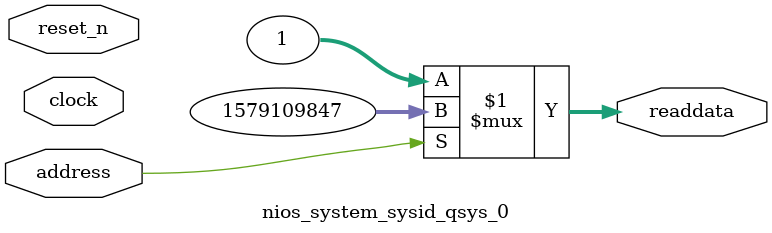
<source format=v>



// synthesis translate_off
`timescale 1ns / 1ps
// synthesis translate_on

// turn off superfluous verilog processor warnings 
// altera message_level Level1 
// altera message_off 10034 10035 10036 10037 10230 10240 10030 

module nios_system_sysid_qsys_0 (
               // inputs:
                address,
                clock,
                reset_n,

               // outputs:
                readdata
             )
;

  output  [ 31: 0] readdata;
  input            address;
  input            clock;
  input            reset_n;

  wire    [ 31: 0] readdata;
  //control_slave, which is an e_avalon_slave
  assign readdata = address ? 1579109847 : 1;

endmodule



</source>
